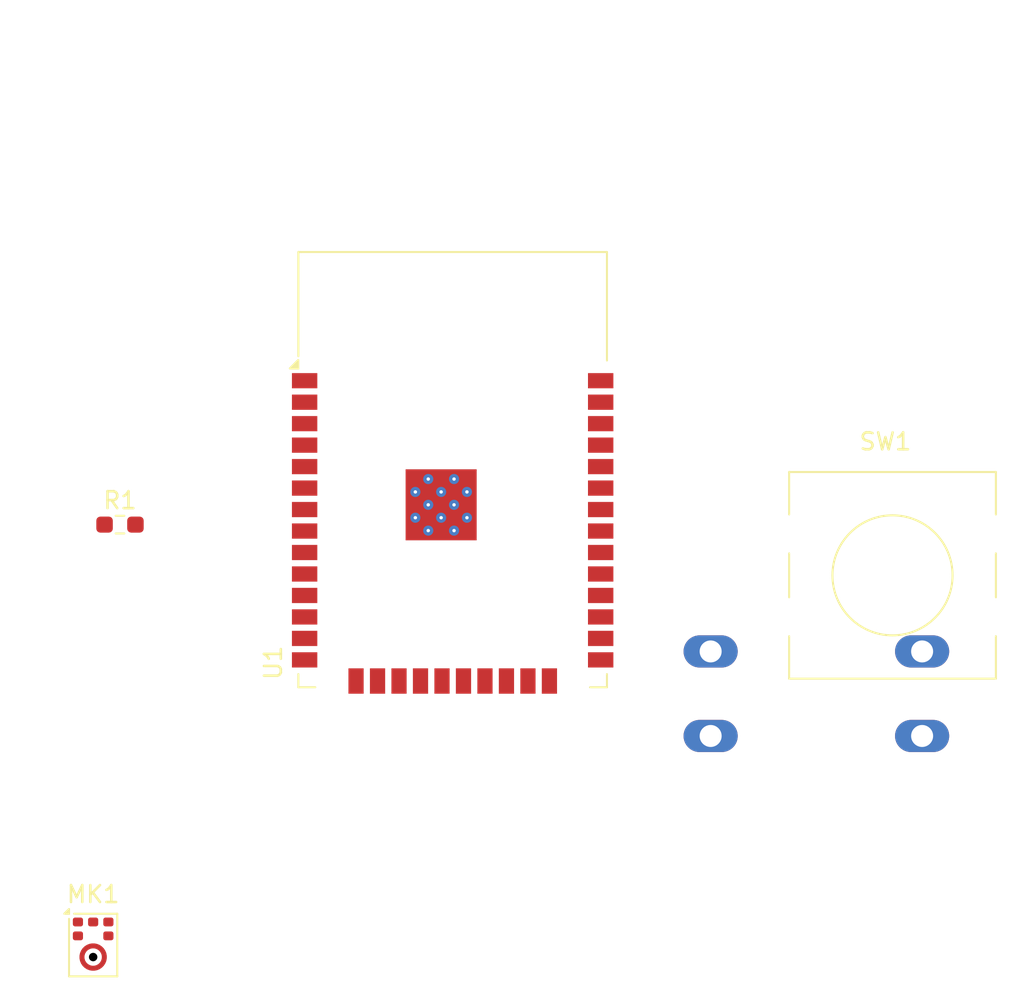
<source format=kicad_pcb>
(kicad_pcb (version 20240108) (generator "pcbnew") (generator_version "8.0")
  (layers (0 "F.Cu" signal) (31 "B.Cu" signal) (34 "B.Paste" user) (35 "F.Paste" user) (36 "B.SilkS" user "B.Silkscreen") (37 "F.SilkS" user "F.Silkscreen") (38 "B.Mask" user) (39 "F.Mask" user) (44 "Edge.Cuts" user))
  (net 0 "")
  (net 1 "GND")
  (net 2 "Net-(MK1-SEL)")
  (net 3 "Net-(MK1-VDD)")
  (net 4 "Net-(MK1-BCLK)")
  (net 5 "Net-(MK1-DATA)")
  (net 6 "Net-(MK1-WS)")
  (net 9 "Net-(SW1-A)")
  (net 20 "VDD")
  (footprint "Sensor_Audio:Knowles_SPH0645LM4H-6_3.5x2.65mm" (layer "F.Cu") (at 58.5 97.364)
    (property "Reference" "MK1" (at 0 -3 0) (layer "F.SilkS"))
    (property "Value" "SPH0645LM4H")
    (fp_line (start -1.425 1.85) (end -1.425 -1.55) (stroke (width 0.12)) (layer "F.SilkS"))
    (fp_line (start -1.125 -1.85) (end 1.425 -1.85) (stroke (width 0.12)) (layer "F.SilkS"))
    (fp_line (start 1.425 -1.85) (end 1.425 1.85) (stroke (width 0.12)) (layer "F.SilkS"))
    (fp_line (start 1.425 1.85) (end -1.425 1.85) (stroke (width 0.12)) (layer "F.SilkS"))
    (fp_poly (pts (xy -1.425 -1.85) (xy -1.705 -1.85) (xy -1.425 -2.13) (xy -1.425 -1.85)) (stroke (width 0.12)) (fill solid) (layer "F.SilkS"))
    (pad "" np_thru_hole circle (at 0 0.71) (size 0.5 0.5) (drill 0.5) (layers "*.Mask"))
    (pad "1" smd roundrect (at -0.9 -1.364) (size 0.6 0.522) (layers "F.Cu" "F.Paste" "F.Mask") (net 6 "Net-(MK1-WS)"))
    (pad "2" smd roundrect (at -0.9 -0.542) (size 0.6 0.522) (layers "F.Cu" "F.Paste" "F.Mask") (net 2 "Net-(MK1-SEL)"))
    (pad "3" smd custom (at 0.662 0.71 90) (size 0.3 0.3) (layers "F.Cu" "F.Mask") (net 1 "GND") (options (clearance outline) (anchor circle)) (primitives (gr_circle (center 0 -0.662) (end 0.662 -0.662) (width 0.3) (fill no))))
    (pad "4" smd roundrect (at 0.9 -0.542) (size 0.6 0.522) (layers "F.Cu" "F.Paste" "F.Mask") (net 4 "Net-(MK1-BCLK)"))
    (pad "5" smd roundrect (at 0.9 -1.364) (size 0.6 0.522) (layers "F.Cu" "F.Paste" "F.Mask") (net 3 "Net-(MK1-VDD)"))
    (pad "6" smd roundrect (at 0 -1.364) (size 0.6 0.522) (layers "F.Cu" "F.Paste" "F.Mask") (net 5 "Net-(MK1-DATA)"))
  )
  (footprint "RF_Module:ESP32-WROOM-32" (layer "F.Cu") (at 79.75 72.24)
    (property "Reference" "U1" (at -10.61 8.43 90) (layer "F.SilkS"))
    (property "Value" "LAFVIN-ESP32-WROOM-32")
    (fp_line (start -9.12 -15.86) (end -9.12 -9.7) (stroke (width 0.12)) (layer "F.SilkS"))
    (fp_line (start -9.12 -15.86) (end 9.12 -15.86) (stroke (width 0.12)) (layer "F.SilkS"))
    (fp_line (start -9.12 9.1) (end -9.12 9.88) (stroke (width 0.12)) (layer "F.SilkS"))
    (fp_line (start -9.12 9.88) (end -8.12 9.88) (stroke (width 0.12)) (layer "F.SilkS"))
    (fp_line (start 9.12 -15.86) (end 9.12 -9.445) (stroke (width 0.12)) (layer "F.SilkS"))
    (fp_line (start 9.12 9.1) (end 9.12 9.88) (stroke (width 0.12)) (layer "F.SilkS"))
    (fp_line (start 9.12 9.88) (end 8.12 9.88) (stroke (width 0.12)) (layer "F.SilkS"))
    (fp_poly (pts (xy -9.125 -8.975) (xy -9.625 -8.975) (xy -9.125 -9.475) (xy -9.125 -8.975)) (stroke (width 0.12)) (fill solid) (layer "F.SilkS"))
    (pad "1" smd rect (at -8.75 -8.25) (size 1.5 0.9) (layers "F.Cu" "F.Paste" "F.Mask"))
    (pad "2" smd rect (at -8.75 -6.98) (size 1.5 0.9) (layers "F.Cu" "F.Paste" "F.Mask"))
    (pad "3" smd rect (at -8.75 -5.71) (size 1.5 0.9) (layers "F.Cu" "F.Paste" "F.Mask"))
    (pad "4" smd rect (at -8.75 -4.44) (size 1.5 0.9) (layers "F.Cu" "F.Paste" "F.Mask"))
    (pad "5" smd rect (at -8.75 -3.17) (size 1.5 0.9) (layers "F.Cu" "F.Paste" "F.Mask"))
    (pad "6" smd rect (at -8.75 -1.9) (size 1.5 0.9) (layers "F.Cu" "F.Paste" "F.Mask") (net 1 "GND"))
    (pad "7" smd rect (at -8.75 -0.63) (size 1.5 0.9) (layers "F.Cu" "F.Paste" "F.Mask") (net 3 "Net-(MK1-VDD)"))
    (pad "8" smd rect (at -8.75 0.64) (size 1.5 0.9) (layers "F.Cu" "F.Paste" "F.Mask"))
    (pad "9" smd rect (at -8.75 1.91) (size 1.5 0.9) (layers "F.Cu" "F.Paste" "F.Mask"))
    (pad "10" smd rect (at -8.75 3.18) (size 1.5 0.9) (layers "F.Cu" "F.Paste" "F.Mask"))
    (pad "11" smd rect (at -8.75 4.45) (size 1.5 0.9) (layers "F.Cu" "F.Paste" "F.Mask"))
    (pad "12" smd rect (at -8.75 5.72) (size 1.5 0.9) (layers "F.Cu" "F.Paste" "F.Mask"))
    (pad "13" smd rect (at -8.75 6.99) (size 1.5 0.9) (layers "F.Cu" "F.Paste" "F.Mask") (net 2 "Net-(MK1-SEL)"))
    (pad "14" smd rect (at -8.75 8.26) (size 1.5 0.9) (layers "F.Cu" "F.Paste" "F.Mask"))
    (pad "15" smd rect (at -5.71 9.51 90) (size 1.5 0.9) (layers "F.Cu" "F.Paste" "F.Mask") (net 20 "VDD"))
    (pad "16" smd rect (at -4.44 9.51 90) (size 1.5 0.9) (layers "F.Cu" "F.Paste" "F.Mask"))
    (pad "17" smd rect (at -3.17 9.51 90) (size 1.5 0.9) (layers "F.Cu" "F.Paste" "F.Mask"))
    (pad "18" smd rect (at -1.9 9.51 90) (size 1.5 0.9) (layers "F.Cu" "F.Paste" "F.Mask"))
    (pad "19" smd rect (at -0.63 9.51 90) (size 1.5 0.9) (layers "F.Cu" "F.Paste" "F.Mask") (net 4 "Net-(MK1-BCLK)"))
    (pad "20" smd rect (at 0.64 9.51 90) (size 1.5 0.9) (layers "F.Cu" "F.Paste" "F.Mask") (net 6 "Net-(MK1-WS)"))
    (pad "21" smd rect (at 1.91 9.51 90) (size 1.5 0.9) (layers "F.Cu" "F.Paste" "F.Mask"))
    (pad "22" smd rect (at 3.18 9.51 90) (size 1.5 0.9) (layers "F.Cu" "F.Paste" "F.Mask"))
    (pad "23" smd rect (at 4.45 9.51 90) (size 1.5 0.9) (layers "F.Cu" "F.Paste" "F.Mask") (net 5 "Net-(MK1-DATA)"))
    (pad "24" smd rect (at 5.72 9.51 90) (size 1.5 0.9) (layers "F.Cu" "F.Paste" "F.Mask"))
    (pad "25" smd rect (at 8.75 8.26) (size 1.5 0.9) (layers "F.Cu" "F.Paste" "F.Mask"))
    (pad "26" smd rect (at 8.75 6.99) (size 1.5 0.9) (layers "F.Cu" "F.Paste" "F.Mask"))
    (pad "27" smd rect (at 8.75 5.72) (size 1.5 0.9) (layers "F.Cu" "F.Paste" "F.Mask"))
    (pad "28" smd rect (at 8.75 4.45) (size 1.5 0.9) (layers "F.Cu" "F.Paste" "F.Mask"))
    (pad "29" smd rect (at 8.75 3.18) (size 1.5 0.9) (layers "F.Cu" "F.Paste" "F.Mask") (net 9 "Net-(SW1-A)"))
    (pad "30" smd rect (at 8.75 1.91) (size 1.5 0.9) (layers "F.Cu" "F.Paste" "F.Mask"))
    (pad "31" smd rect (at 8.75 0.64) (size 1.5 0.9) (layers "F.Cu" "F.Paste" "F.Mask"))
    (pad "32" smd rect (at 8.75 -0.63) (size 1.5 0.9) (layers "F.Cu" "F.Paste" "F.Mask"))
    (pad "33" smd rect (at 8.75 -1.9) (size 1.5 0.9) (layers "F.Cu" "F.Paste" "F.Mask"))
    (pad "34" smd rect (at 8.75 -3.17) (size 1.5 0.9) (layers "F.Cu" "F.Paste" "F.Mask"))
    (pad "35" smd rect (at 8.75 -4.44) (size 1.5 0.9) (layers "F.Cu" "F.Paste" "F.Mask"))
    (pad "36" smd rect (at 8.75 -5.71) (size 1.5 0.9) (layers "F.Cu" "F.Paste" "F.Mask"))
    (pad "37" smd rect (at 8.75 -6.98) (size 1.5 0.9) (layers "F.Cu" "F.Paste" "F.Mask"))
    (pad "38" smd rect (at 8.75 -8.25) (size 1.5 0.9) (layers "F.Cu" "F.Paste" "F.Mask"))
    (pad "39" smd rect (at -2.205 -2.435) (size 1.05 1.05) (layers "F.Cu" "F.Paste"))
    (pad "39" thru_hole circle (at -2.205 -1.6725) (size 0.6 0.6) (drill 0.2) (property pad_prop_heatsink) (layers "*.Cu" "F.Mask"))
    (pad "39" smd rect (at -2.205 -0.91) (size 1.05 1.05) (layers "F.Cu" "F.Paste"))
    (pad "39" thru_hole circle (at -2.205 -0.1475) (size 0.6 0.6) (drill 0.2) (property pad_prop_heatsink) (layers "*.Cu" "F.Mask"))
    (pad "39" smd rect (at -2.205 0.615) (size 1.05 1.05) (layers "F.Cu" "F.Paste"))
    (pad "39" thru_hole circle (at -1.4425 -2.435) (size 0.6 0.6) (drill 0.2) (property pad_prop_heatsink) (layers "*.Cu" "F.Mask"))
    (pad "39" thru_hole circle (at -1.4425 -0.91) (size 0.6 0.6) (drill 0.2) (property pad_prop_heatsink) (layers "*.Cu" "F.Mask"))
    (pad "39" thru_hole circle (at -1.4425 0.615) (size 0.6 0.6) (drill 0.2) (property pad_prop_heatsink) (layers "*.Cu" "F.Mask"))
    (pad "39" smd rect (at -0.68 -2.435) (size 1.05 1.05) (layers "F.Cu" "F.Paste"))
    (pad "39" thru_hole circle (at -0.68 -1.6725) (size 0.6 0.6) (drill 0.2) (property pad_prop_heatsink) (layers "*.Cu" "F.Mask"))
    (pad "39" smd rect (at -0.68 -0.91) (size 1.05 1.05) (layers "F.Cu" "F.Paste"))
    (pad "39" smd rect (at -0.68 -0.91) (size 4.2 4.2) (property pad_prop_heatsink) (layers "F.Cu" "F.Mask"))
    (pad "39" thru_hole circle (at -0.68 -0.1475) (size 0.6 0.6) (drill 0.2) (property pad_prop_heatsink) (layers "*.Cu" "F.Mask"))
    (pad "39" smd rect (at -0.68 0.615) (size 1.05 1.05) (layers "F.Cu" "F.Paste"))
    (pad "39" thru_hole circle (at 0.0825 -2.435) (size 0.6 0.6) (drill 0.2) (property pad_prop_heatsink) (layers "*.Cu" "F.Mask"))
    (pad "39" thru_hole circle (at 0.0825 -0.91) (size 0.6 0.6) (drill 0.2) (property pad_prop_heatsink) (layers "*.Cu" "F.Mask"))
    (pad "39" thru_hole circle (at 0.0825 0.615) (size 0.6 0.6) (drill 0.2) (property pad_prop_heatsink) (layers "*.Cu" "F.Mask"))
    (pad "39" smd rect (at 0.845 -2.435) (size 1.05 1.05) (layers "F.Cu" "F.Paste"))
    (pad "39" thru_hole circle (at 0.845 -1.6725) (size 0.6 0.6) (drill 0.2) (property pad_prop_heatsink) (layers "*.Cu" "F.Mask"))
    (pad "39" smd rect (at 0.845 -0.91) (size 1.05 1.05) (layers "F.Cu" "F.Paste"))
    (pad "39" thru_hole circle (at 0.845 -0.1475) (size 0.6 0.6) (drill 0.2) (property pad_prop_heatsink) (layers "*.Cu" "F.Mask"))
    (pad "39" smd rect (at 0.845 0.615) (size 1.05 1.05) (layers "F.Cu" "F.Paste"))
  )
  (footprint "Button_Switch_THT:SW_PUSH-12mm" (layer "F.Cu") (at 99.5 73)
    (property "Reference" "SW1" (at 5.83 -5.41 0) (layer "F.SilkS"))
    (property "Value" "SW_SPDT")
    (fp_line (start 0.14 -3.61) (end 0.14 -1.1) (stroke (width 0.12)) (layer "F.SilkS"))
    (fp_line (start 0.14 -3.61) (end 12.36 -3.61) (stroke (width 0.12)) (layer "F.SilkS"))
    (fp_line (start 0.14 1.2) (end 0.14 3.8) (stroke (width 0.12)) (layer "F.SilkS"))
    (fp_line (start 0.14 6.1) (end 0.14 8.61) (stroke (width 0.12)) (layer "F.SilkS"))
    (fp_line (start 12.36 -3.61) (end 12.36 -1.1) (stroke (width 0.12)) (layer "F.SilkS"))
    (fp_line (start 12.36 1.2) (end 12.36 3.8) (stroke (width 0.12)) (layer "F.SilkS"))
    (fp_line (start 12.36 6.1) (end 12.36 8.61) (stroke (width 0.12)) (layer "F.SilkS"))
    (fp_line (start 12.36 8.61) (end 0.14 8.61) (stroke (width 0.12)) (layer "F.SilkS"))
    (fp_circle (center 6.25 2.5) (end 9.8 2.5) (stroke (width 0.12)) (fill none) (layer "F.SilkS"))
    (pad "1" thru_hole oval (at -4.5 7) (size 3.2 1.9) (drill 1.3) (layers "*.Cu" "*.Mask") (net 9 "Net-(SW1-A)"))
    (pad "1" thru_hole oval (at 8 7) (size 3.2 1.9) (drill 1.3) (layers "*.Cu" "*.Mask") (net 9 "Net-(SW1-A)"))
    (pad "2" thru_hole oval (at -4.5 12) (size 3.2 1.9) (drill 1.3) (layers "*.Cu" "*.Mask"))
    (pad "2" thru_hole oval (at 8 12) (size 3.2 1.9) (drill 1.3) (layers "*.Cu" "*.Mask"))
  )
  (footprint "Resistor_SMD:R_0603_1608Metric_Pad0.98x0.95mm_HandSolder" (layer "F.Cu") (at 60.0875 72.5)
    (property "Reference" "R1" (at 0 -1.43 0) (layer "F.SilkS"))
    (property "Value" "R")
    (fp_line (start -0.254724 -0.5225) (end 0.254724 -0.5225) (stroke (width 0.12)) (layer "F.SilkS"))
    (fp_line (start -0.254724 0.5225) (end 0.254724 0.5225) (stroke (width 0.12)) (layer "F.SilkS"))
    (pad "1" smd roundrect (at -0.9125 0) (size 0.975 0.95) (layers "F.Cu" "F.Paste" "F.Mask") (net 5 "Net-(MK1-DATA)"))
    (pad "2" smd roundrect (at 0.9125 0) (size 0.975 0.95) (layers "F.Cu" "F.Paste" "F.Mask") (net 1 "GND"))
  )
)
</source>
